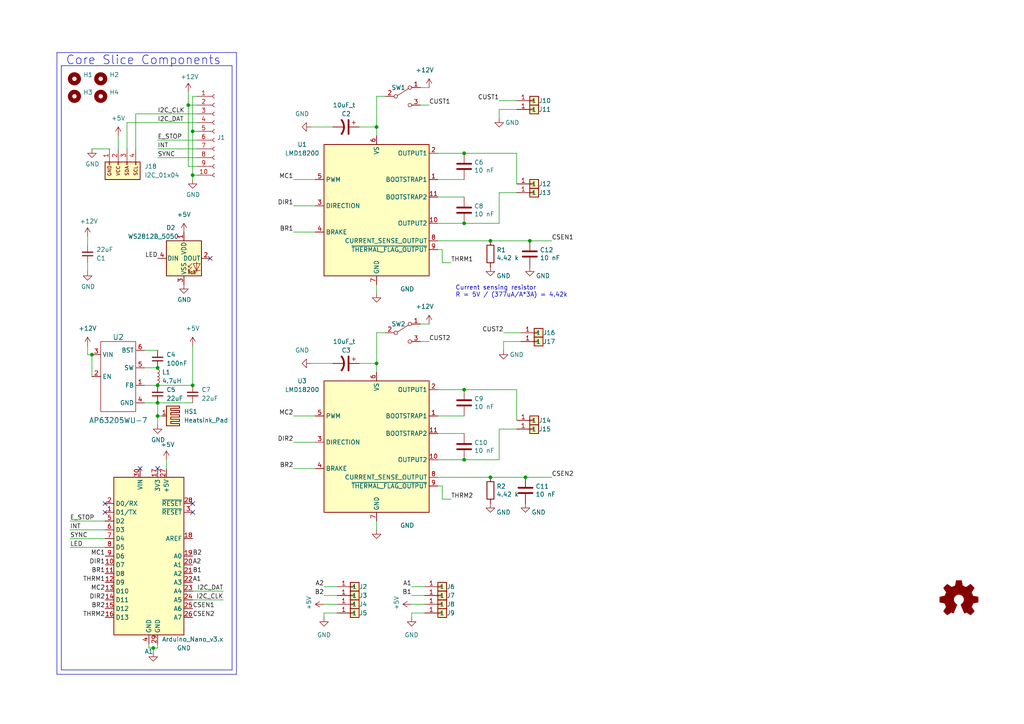
<source format=kicad_sch>
(kicad_sch (version 20230121) (generator eeschema)
  (paper "A4")
  (lib_symbols
    (symbol "BREAD_Slice-rescue:10uF_t-OCI_UPL_2_Capacitors" (pin_numbers hide) (pin_names (offset 0.254) hide)
      (property "Reference" "C" (at 0.635 2.54 0))
      (property "Value" "10uF_t-OCI_UPL_2_Capacitors" (at 0.635 -2.54 0))
      (symbol "10uF_t-OCI_UPL_2_Capacitors_0_1"
        (polyline (pts (xy -2.032 0.762) (xy 2.032 0.762)) (stroke (width 0.508)))
        (polyline (pts (xy -1.778 2.286) (xy -0.762 2.286)))
        (polyline (pts (xy -1.27 1.778) (xy -1.27 2.794)))
        (arc (start 2.032 -1.27) (mid 0 -0.5572) (end -2.032 -1.27) (stroke (width 0.508)))
      )
      (symbol "10uF_t-OCI_UPL_2_Capacitors_1_1"
        (pin passive line (at 0 3.81 270) (length 2.794) (name "~") (number "1"))
        (pin passive line (at 0 -3.81 90) (length 3.302) (name "~") (number "2"))
      )
    )
    (symbol "Connector:Conn_01x10_Female" (pin_names (offset 1.016) hide)
      (property "Reference" "J" (at 0 12.7 0))
      (property "Value" "Conn_01x10_Female" (at 0 -15.24 0))
      (symbol "Conn_01x10_Female_1_1"
        (arc (start 0 -12.192) (mid -0.5058 -12.7) (end 0 -13.208) (stroke (width 0.1524)))
        (arc (start 0 -9.652) (mid -0.5058 -10.16) (end 0 -10.668) (stroke (width 0.1524)))
        (arc (start 0 -7.112) (mid -0.5058 -7.62) (end 0 -8.128) (stroke (width 0.1524)))
        (arc (start 0 -4.572) (mid -0.5058 -5.08) (end 0 -5.588) (stroke (width 0.1524)))
        (arc (start 0 -2.032) (mid -0.5058 -2.54) (end 0 -3.048) (stroke (width 0.1524)))
        (polyline (pts (xy -1.27 -12.7) (xy -0.508 -12.7)) (stroke (width 0.1524)))
        (polyline (pts (xy -1.27 -10.16) (xy -0.508 -10.16)) (stroke (width 0.1524)))
        (polyline (pts (xy -1.27 -7.62) (xy -0.508 -7.62)) (stroke (width 0.1524)))
        (polyline (pts (xy -1.27 -5.08) (xy -0.508 -5.08)) (stroke (width 0.1524)))
        (polyline (pts (xy -1.27 -2.54) (xy -0.508 -2.54)) (stroke (width 0.1524)))
        (polyline (pts (xy -1.27 0) (xy -0.508 0)) (stroke (width 0.1524)))
        (polyline (pts (xy -1.27 2.54) (xy -0.508 2.54)) (stroke (width 0.1524)))
        (polyline (pts (xy -1.27 5.08) (xy -0.508 5.08)) (stroke (width 0.1524)))
        (polyline (pts (xy -1.27 7.62) (xy -0.508 7.62)) (stroke (width 0.1524)))
        (polyline (pts (xy -1.27 10.16) (xy -0.508 10.16)) (stroke (width 0.1524)))
        (arc (start 0 0.508) (mid -0.5058 0) (end 0 -0.508) (stroke (width 0.1524)))
        (arc (start 0 3.048) (mid -0.5058 2.54) (end 0 2.032) (stroke (width 0.1524)))
        (arc (start 0 5.588) (mid -0.5058 5.08) (end 0 4.572) (stroke (width 0.1524)))
        (arc (start 0 8.128) (mid -0.5058 7.62) (end 0 7.112) (stroke (width 0.1524)))
        (arc (start 0 10.668) (mid -0.5058 10.16) (end 0 9.652) (stroke (width 0.1524)))
        (pin passive line (at -5.08 10.16 0) (length 3.81) (name "Pin_1") (number "1"))
        (pin passive line (at -5.08 -12.7 0) (length 3.81) (name "Pin_10") (number "10"))
        (pin passive line (at -5.08 7.62 0) (length 3.81) (name "Pin_2") (number "2"))
        (pin passive line (at -5.08 5.08 0) (length 3.81) (name "Pin_3") (number "3"))
        (pin passive line (at -5.08 2.54 0) (length 3.81) (name "Pin_4") (number "4"))
        (pin passive line (at -5.08 0 0) (length 3.81) (name "Pin_5") (number "5"))
        (pin passive line (at -5.08 -2.54 0) (length 3.81) (name "Pin_6") (number "6"))
        (pin passive line (at -5.08 -5.08 0) (length 3.81) (name "Pin_7") (number "7"))
        (pin passive line (at -5.08 -7.62 0) (length 3.81) (name "Pin_8") (number "8"))
        (pin passive line (at -5.08 -10.16 0) (length 3.81) (name "Pin_9") (number "9"))
      )
    )
    (symbol "Device:C" (pin_numbers hide) (pin_names (offset 0.254))
      (property "Reference" "C" (at 0.635 2.54 0))
      (property "Value" "C" (at 0.635 -2.54 0))
      (symbol "C_0_1"
        (polyline (pts (xy -2.032 -0.762) (xy 2.032 -0.762)) (stroke (width 0.508)))
        (polyline (pts (xy -2.032 0.762) (xy 2.032 0.762)) (stroke (width 0.508)))
      )
      (symbol "C_1_1"
        (pin passive line (at 0 3.81 270) (length 2.794) (name "~") (number "1"))
        (pin passive line (at 0 -3.81 90) (length 2.794) (name "~") (number "2"))
      )
    )
    (symbol "Device:C_Small" (pin_numbers hide) (pin_names (offset 0.254) hide)
      (property "Reference" "C" (at 0.254 1.778 0))
      (property "Value" "C_Small" (at 0.254 -2.032 0))
      (symbol "C_Small_0_1"
        (polyline (pts (xy -1.524 -0.508) (xy 1.524 -0.508)) (stroke (width 0.3302)))
        (polyline (pts (xy -1.524 0.508) (xy 1.524 0.508)) (stroke (width 0.3048)))
      )
      (symbol "C_Small_1_1"
        (pin passive line (at 0 2.54 270) (length 2.032) (name "~") (number "1"))
        (pin passive line (at 0 -2.54 90) (length 2.032) (name "~") (number "2"))
      )
    )
    (symbol "Device:L_Small" (pin_numbers hide) (pin_names (offset 0.254) hide)
      (property "Reference" "L" (at 0.762 1.016 0))
      (property "Value" "L_Small" (at 0.762 -1.016 0))
      (symbol "L_Small_0_1"
        (arc (start 0 -2.032) (mid 0.5058 -1.524) (end 0 -1.016))
        (arc (start 0 -1.016) (mid 0.5058 -0.508) (end 0 0))
        (arc (start 0 0) (mid 0.5058 0.508) (end 0 1.016))
        (arc (start 0 1.016) (mid 0.5058 1.524) (end 0 2.032))
      )
      (symbol "L_Small_1_1"
        (pin passive line (at 0 2.54 270) (length 0.508) (name "~") (number "1"))
        (pin passive line (at 0 -2.54 90) (length 0.508) (name "~") (number "2"))
      )
    )
    (symbol "Device:R" (pin_numbers hide) (pin_names (offset 0))
      (property "Reference" "R" (at 2.032 0 90))
      (property "Value" "R" (at 0 0 90))
      (symbol "R_0_1"
        (rectangle (start -1.016 -2.54) (end 1.016 2.54) (stroke (width 0.254)))
      )
      (symbol "R_1_1"
        (pin passive line (at 0 3.81 270) (length 1.27) (name "~") (number "1"))
        (pin passive line (at 0 -3.81 90) (length 1.27) (name "~") (number "2"))
      )
    )
    (symbol "Driver_Motor:LMD18200"
      (property "Reference" "U" (at -12.7 19.05 0))
      (property "Value" "LMD18200" (at 15.24 19.05 0))
      (symbol "LMD18200_0_1"
        (rectangle (start -15.24 -20.32) (end 15.24 17.78) (stroke (width 0.254)) (fill (type background)))
      )
      (symbol "LMD18200_1_1"
        (pin passive line (at 17.78 7.62 180) (length 2.54) (name "BOOTSTRAP1") (number "1"))
        (pin output line (at 17.78 -5.08 180) (length 2.54) (name "OUTPUT2") (number "10"))
        (pin passive line (at 17.78 2.54 180) (length 2.54) (name "BOOTSTRAP2") (number "11"))
        (pin output line (at 17.78 15.24 180) (length 2.54) (name "OUTPUT1") (number "2"))
        (pin input line (at -17.78 0 0) (length 2.54) (name "DIRECTION") (number "3"))
        (pin input line (at -17.78 -7.62 0) (length 2.54) (name "BRAKE") (number "4"))
        (pin input line (at -17.78 7.62 0) (length 2.54) (name "PWM") (number "5"))
        (pin power_in line (at 0 20.32 270) (length 2.54) (name "VS") (number "6"))
        (pin power_in line (at 0 -22.86 90) (length 2.54) (name "GND") (number "7"))
        (pin output line (at 17.78 -10.16 180) (length 2.54) (name "CURRENT_SENSE_OUTPUT") (number "8"))
        (pin open_collector line (at 17.78 -12.7 180) (length 2.54) (name "~{THERMAL_FLAG_OUTPUT}") (number "9"))
      )
    )
    (symbol "Graphic:Logo_Open_Hardware_Small" (in_bom no) (on_board no)
      (symbol "Logo_Open_Hardware_Small_0_1"
        (polyline (pts (xy 3.3528 -4.3434) (xy 3.302 -4.318) (xy 3.175 -4.2418) (xy 2.9972 -4.1148) (xy 2.7686 -3.9624) (xy 2.54 -3.81) (xy 2.3622 -3.7084) (xy 2.2352 -3.6068) (xy 2.1844 -3.5814) (xy 2.159 -3.6068) (xy 2.0574 -3.6576) (xy 1.905 -3.7338) (xy 1.8034 -3.7846) (xy 1.6764 -3.8354) (xy 1.6002 -3.8354) (xy 1.6002 -3.8354) (xy 1.5494 -3.7338) (xy 1.4732 -3.5306) (xy 1.3462 -3.302) (xy 1.2446 -3.0226) (xy 1.1176 -2.7178) (xy 0.9652 -2.413) (xy 0.8636 -2.1082) (xy 0.7366 -1.8288) (xy 0.6604 -1.6256) (xy 0.6096 -1.4732) (xy 0.5842 -1.397) (xy 0.5842 -1.397) (xy 0.6604 -1.3208) (xy 0.7874 -1.2446) (xy 1.0414 -1.016) (xy 1.2954 -0.6858) (xy 1.4478 -0.3302) (xy 1.524 0.0762) (xy 1.4732 0.4572) (xy 1.3208 0.8128) (xy 1.0668 1.143) (xy 0.762 1.3716) (xy 0.4064 1.524) (xy 0 1.5748) (xy -0.381 1.5494) (xy -0.7366 1.397) (xy -1.0668 1.143) (xy -1.2192 0.9906) (xy -1.397 0.6604) (xy -1.524 0.3048) (xy -1.524 0.2286) (xy -1.4986 -0.1778) (xy -1.397 -0.5334) (xy -1.1938 -0.8636) (xy -0.9144 -1.143) (xy -0.8636 -1.1684) (xy -0.7366 -1.27) (xy -0.635 -1.3462) (xy -0.5842 -1.397) (xy -1.0668 -2.5908) (xy -1.143 -2.794) (xy -1.2954 -3.1242) (xy -1.397 -3.4036) (xy -1.4986 -3.6322) (xy -1.5748 -3.7846) (xy -1.6002 -3.8354) (xy -1.6002 -3.8354) (xy -1.651 -3.8354) (xy -1.7272 -3.81) (xy -1.905 -3.7338) (xy -2.0066 -3.683) (xy -2.1336 -3.6068) (xy -2.2098 -3.5814) (xy -2.2606 -3.6068) (xy -2.3622 -3.683) (xy -2.54 -3.81) (xy -2.7686 -3.9624) (xy -2.9718 -4.0894) (xy -3.1496 -4.2164) (xy -3.302 -4.318) (xy -3.3528 -4.3434) (xy -3.3782 -4.3434) (xy -3.429 -4.318) (xy -3.5306 -4.2164) (xy -3.7084 -4.064) (xy -3.937 -3.8354) (xy -3.9624 -3.81) (xy -4.1656 -3.6068) (xy -4.318 -3.4544) (xy -4.4196 -3.3274) (xy -4.445 -3.2766) (xy -4.445 -3.2766) (xy -4.4196 -3.2258) (xy -4.318 -3.0734) (xy -4.2164 -2.8956) (xy -4.064 -2.667) (xy -3.6576 -2.0828) (xy -3.8862 -1.5494) (xy -3.937 -1.3716) (xy -4.0386 -1.1684) (xy -4.0894 -1.0414) (xy -4.1148 -0.9652) (xy -4.191 -0.9398) (xy -4.318 -0.9144) (xy -4.5466 -0.8636) (xy -4.8006 -0.8128) (xy -5.0546 -0.7874) (xy -5.2578 -0.7366) (xy -5.4356 -0.7112) (xy -5.5118 -0.6858) (xy -5.5118 -0.6858) (xy -5.5372 -0.635) (xy -5.5372 -0.5588) (xy -5.5372 -0.4318) (xy -5.5626 -0.2286) (xy -5.5626 0.0762) (xy -5.5626 0.127) (xy -5.5372 0.4064) (xy -5.5372 0.635) (xy -5.5372 0.762) (xy -5.5372 0.8382) (xy -5.5372 0.8382) (xy -5.461 0.8382) (xy -5.3086 0.889) (xy -5.08 0.9144) (xy -4.826 0.9652) (xy -4.8006 0.9906) (xy -4.5466 1.0414) (xy -4.318 1.0668) (xy -4.1656 1.1176) (xy -4.0894 1.143) (xy -4.0894 1.143) (xy -4.0386 1.2446) (xy -3.9624 1.4224) (xy -3.8608 1.6256) (xy -3.7846 1.8288) (xy -3.7084 2.0066) (xy -3.6576 2.159) (xy -3.6322 2.2098) (xy -3.6322 2.2098) (xy -3.683 2.286) (xy -3.7592 2.413) (xy -3.8862 2.5908) (xy -4.064 2.8194) (xy -4.064 2.8448) (xy -4.2164 3.0734) (xy -4.3434 3.2512) (xy -4.4196 3.3782) (xy -4.445 3.4544) (xy -4.445 3.4544) (xy -4.3942 3.5052) (xy -4.2926 3.6322) (xy -4.1148 3.81) (xy -3.937 4.0132) (xy -3.8608 4.064) (xy -3.6576 4.2926) (xy -3.5052 4.4196) (xy -3.4036 4.4958) (xy -3.3528 4.5212) (xy -3.3528 4.5212) (xy -3.302 4.4704) (xy -3.1496 4.3688) (xy -2.9718 4.2418) (xy -2.7432 4.0894) (xy -2.7178 4.0894) (xy -2.4892 3.937) (xy -2.3114 3.81) (xy -2.1844 3.7084) (xy -2.1336 3.683) (xy -2.1082 3.683) (xy -2.032 3.7084) (xy -1.8542 3.7592) (xy -1.6764 3.8354) (xy -1.4732 3.937) (xy -1.27 4.0132) (xy -1.143 4.064) (xy -1.0668 4.1148) (xy -1.0668 4.1148) (xy -1.0414 4.191) (xy -1.016 4.3434) (xy -0.9652 4.572) (xy -0.9144 4.8514) (xy -0.889 4.9022) (xy -0.8382 5.1562) (xy -0.8128 5.3848) (xy -0.7874 5.5372) (xy -0.762 5.588) (xy -0.7112 5.6134) (xy -0.5842 5.6134) (xy -0.4064 5.6134) (xy -0.1524 5.6134) (xy 0.0762 5.6134) (xy 0.3302 5.6134) (xy 0.5334 5.6134) (xy 0.6858 5.588) (xy 0.7366 5.588) (xy 0.7366 5.588) (xy 0.762 5.5118) (xy 0.8128 5.334) (xy 0.8382 5.1054) (xy 0.9144 4.826) (xy 0.9144 4.7752) (xy 0.9652 4.5212) (xy 1.016 4.2926) (xy 1.0414 4.1402) (xy 1.0668 4.0894) (xy 1.0668 4.0894) (xy 1.1938 4.0386) (xy 1.3716 3.9624) (xy 1.5748 3.8608) (xy 2.0828 3.6576) (xy 2.7178 4.0894) (xy 2.7686 4.1402) (xy 2.9972 4.2926) (xy 3.175 4.4196) (xy 3.302 4.4958) (xy 3.3782 4.5212) (xy 3.3782 4.5212) (xy 3.429 4.4704) (xy 3.556 4.3434) (xy 3.7338 4.191) (xy 3.9116 3.9878) (xy 4.064 3.8354) (xy 4.2418 3.6576) (xy 4.3434 3.556) (xy 4.4196 3.4798) (xy 4.4196 3.429) (xy 4.4196 3.4036) (xy 4.3942 3.3274) (xy 4.2926 3.2004) (xy 4.1656 2.9972) (xy 4.0132 2.794) (xy 3.8862 2.5908) (xy 3.7592 2.3876) (xy 3.6576 2.2352) (xy 3.6322 2.159) (xy 3.6322 2.1336) (xy 3.683 2.0066) (xy 3.7592 1.8288) (xy 3.8608 1.6002) (xy 4.064 1.1176) (xy 4.3942 1.0414) (xy 4.5974 1.016) (xy 4.8768 0.9652) (xy 5.1308 0.9144) (xy 5.5372 0.8382) (xy 5.5626 -0.6604) (xy 5.4864 -0.6858) (xy 5.4356 -0.6858) (xy 5.2832 -0.7366) (xy 5.0546 -0.762) (xy 4.8006 -0.8128) (xy 4.5974 -0.8636) (xy 4.3688 -0.9144) (xy 4.2164 -0.9398) (xy 4.1402 -0.9398) (xy 4.1148 -0.9652) (xy 4.064 -1.0668) (xy 3.9878 -1.2446) (xy 3.9116 -1.4478) (xy 3.81 -1.651) (xy 3.7338 -1.8542) (xy 3.683 -2.0066) (xy 3.6576 -2.0828) (xy 3.683 -2.1336) (xy 3.7846 -2.2606) (xy 3.8862 -2.4638) (xy 4.0386 -2.667) (xy 4.191 -2.8956) (xy 4.318 -3.0734) (xy 4.3942 -3.2004) (xy 4.445 -3.2766) (xy 4.4196 -3.3274) (xy 4.3434 -3.429) (xy 4.1656 -3.5814) (xy 3.937 -3.8354) (xy 3.8862 -3.8608) (xy 3.683 -4.064) (xy 3.5306 -4.2164) (xy 3.4036 -4.318) (xy 3.3528 -4.3434)) (fill (type outline)))
      )
    )
    (symbol "MCU_Module:Arduino_Nano_v3.x"
      (property "Reference" "A" (at -10.16 23.495 0))
      (property "Value" "Arduino_Nano_v3.x" (at 5.08 -24.13 0))
      (symbol "Arduino_Nano_v3.x_0_1"
        (rectangle (start -10.16 22.86) (end 10.16 -22.86) (stroke (width 0.254)) (fill (type background)))
      )
      (symbol "Arduino_Nano_v3.x_1_1"
        (pin bidirectional line (at -12.7 12.7 0) (length 2.54) (name "D1/TX") (number "1"))
        (pin bidirectional line (at -12.7 -2.54 0) (length 2.54) (name "D7") (number "10"))
        (pin bidirectional line (at -12.7 -5.08 0) (length 2.54) (name "D8") (number "11"))
        (pin bidirectional line (at -12.7 -7.62 0) (length 2.54) (name "D9") (number "12"))
        (pin bidirectional line (at -12.7 -10.16 0) (length 2.54) (name "D10") (number "13"))
        (pin bidirectional line (at -12.7 -12.7 0) (length 2.54) (name "D11") (number "14"))
        (pin bidirectional line (at -12.7 -15.24 0) (length 2.54) (name "D12") (number "15"))
        (pin bidirectional line (at -12.7 -17.78 0) (length 2.54) (name "D13") (number "16"))
        (pin power_out line (at 2.54 25.4 270) (length 2.54) (name "3V3") (number "17"))
        (pin input line (at 12.7 5.08 180) (length 2.54) (name "AREF") (number "18"))
        (pin bidirectional line (at 12.7 0 180) (length 2.54) (name "A0") (number "19"))
        (pin bidirectional line (at -12.7 15.24 0) (length 2.54) (name "D0/RX") (number "2"))
        (pin bidirectional line (at 12.7 -2.54 180) (length 2.54) (name "A1") (number "20"))
        (pin bidirectional line (at 12.7 -5.08 180) (length 2.54) (name "A2") (number "21"))
        (pin bidirectional line (at 12.7 -7.62 180) (length 2.54) (name "A3") (number "22"))
        (pin bidirectional line (at 12.7 -10.16 180) (length 2.54) (name "A4") (number "23"))
        (pin bidirectional line (at 12.7 -12.7 180) (length 2.54) (name "A5") (number "24"))
        (pin bidirectional line (at 12.7 -15.24 180) (length 2.54) (name "A6") (number "25"))
        (pin bidirectional line (at 12.7 -17.78 180) (length 2.54) (name "A7") (number "26"))
        (pin power_out line (at 5.08 25.4 270) (length 2.54) (name "+5V") (number "27"))
        (pin input line (at 12.7 15.24 180) (length 2.54) (name "~{RESET}") (number "28"))
        (pin power_in line (at 2.54 -25.4 90) (length 2.54) (name "GND") (number "29"))
        (pin input line (at 12.7 12.7 180) (length 2.54) (name "~{RESET}") (number "3"))
        (pin power_in line (at -2.54 25.4 270) (length 2.54) (name "VIN") (number "30"))
        (pin power_in line (at 0 -25.4 90) (length 2.54) (name "GND") (number "4"))
        (pin bidirectional line (at -12.7 10.16 0) (length 2.54) (name "D2") (number "5"))
        (pin bidirectional line (at -12.7 7.62 0) (length 2.54) (name "D3") (number "6"))
        (pin bidirectional line (at -12.7 5.08 0) (length 2.54) (name "D4") (number "7"))
        (pin bidirectional line (at -12.7 2.54 0) (length 2.54) (name "D5") (number "8"))
        (pin bidirectional line (at -12.7 0 0) (length 2.54) (name "D6") (number "9"))
      )
    )
    (symbol "Mechanical:Heatsink_Pad" (pin_names (offset 0))
      (property "Reference" "HS" (at 0 5.715 0))
      (property "Value" "Heatsink_Pad" (at 0 3.81 0))
      (symbol "Heatsink_Pad_0_1"
        (polyline (pts (xy -0.3302 0) (xy -0.9652 0) (xy -0.9652 2.54) (xy -1.6002 2.54) (xy -1.6002 0) (xy -2.2352 0) (xy -2.2352 2.54) (xy -2.8702 2.54) (xy -2.8702 -1.27) (xy -0.9652 -1.27)) (stroke (width 0.254)) (fill (type background)))
        (polyline (pts (xy -0.3302 0) (xy -0.3302 2.54) (xy 0.3048 2.54) (xy 0.3048 0) (xy 0.9398 0) (xy 0.9398 2.54) (xy 1.5748 2.54) (xy 1.5748 0) (xy 2.2098 0) (xy 2.2098 2.54) (xy 2.8448 2.54) (xy 2.8448 -1.27) (xy -0.9652 -1.27)) (stroke (width 0.254)) (fill (type background)))
      )
      (symbol "Heatsink_Pad_1_1"
        (pin passive line (at 0 -2.54 90) (length 1.27) (name "~") (number "1"))
      )
    )
    (symbol "Mechanical:MountingHole" (pin_names (offset 1.016))
      (property "Reference" "H" (at 0 5.08 0))
      (property "Value" "MountingHole" (at 0 3.175 0))
      (symbol "MountingHole_0_1"
        (circle (center 0 0) (radius 1.27) (stroke (width 1.27)))
      )
    )
    (symbol "SparkFun-Connector:I2C_01x04" (pin_names (offset 1.016) hide)
      (property "Reference" "J" (at 0 5.08 0))
      (property "Value" "I2C_01x04" (at 0 -7.62 0))
      (symbol "I2C_01x04_1_1"
        (rectangle (start -1.27 -4.953) (end -0.508 -5.207) (stroke (width 0.1524)))
        (rectangle (start -1.27 -2.413) (end -0.508 -2.667) (stroke (width 0.1524)))
        (rectangle (start -1.27 0.127) (end -0.508 -0.127) (stroke (width 0.1524)))
        (rectangle (start -1.27 2.667) (end -0.508 2.413) (stroke (width 0.1524)))
        (rectangle (start -1.27 3.81) (end 3.81 -6.35) (stroke (width 0.254)) (fill (type background)))
        (text "GND" (at 1.27 -5.08 0) (effects (font (size 1 1))))
        (text "SCL" (at 1.27 2.54 0) (effects (font (size 1 1))))
        (text "SDA" (at 1.27 0 0) (effects (font (size 1 1))))
        (text "VCC" (at 1.27 -2.54 0) (effects (font (size 1 1))))
        (pin passive line (at -5.08 -5.08 0) (length 3.81) (name "Pin_1") (number "1"))
        (pin passive line (at -5.08 -2.54 0) (length 3.81) (name "Pin_2") (number "2"))
        (pin passive line (at -5.08 0 0) (length 3.81) (name "Pin_3") (number "3"))
        (pin passive line (at -5.08 2.54 0) (length 3.81) (name "Pin_4") (number "4"))
      )
    )
    (symbol "SparkFun-Connector:Term_PressFit_Phoenix_Contact"
      (property "Reference" "J" (at 7.62 -1.27 0))
      (property "Value" "Term_PressFit_Phoenix_Contact" (at 3.81 3.81 0))
      (symbol "Term_PressFit_Phoenix_Contact_1_1"
        (rectangle (start 3.81 0.127) (end 5.08 -0.127) (stroke (width 0.1524)))
        (rectangle (start 3.81 1.27) (end 6.35 -1.27) (stroke (width 0.254)) (fill (type background)))
        (pin passive line (at 0 0 0) (length 3.81) (name "1") (number "1"))
      )
    )
    (symbol "SparkFun-DiscreteSemi:AP63205"
      (property "Reference" "U" (at 0 7.62 0))
      (symbol "AP63205_0_1"
        (rectangle (start -5.08 6.35) (end 5.08 -13.97))
      )
      (symbol "AP63205_1_1"
        (pin input line (at 7.62 -6.35 180) (length 2.54) (name "FB") (number "1"))
        (pin input line (at -7.62 -3.81 0) (length 2.54) (name "EN") (number "2"))
        (pin input line (at -7.62 2.54 0) (length 2.54) (name "VIN") (number "3"))
        (pin input line (at 7.62 -11.43 180) (length 2.54) (name "GND") (number "4"))
        (pin input line (at 7.62 -1.27 180) (length 2.54) (name "SW") (number "5"))
        (pin input line (at 7.62 3.81 180) (length 2.54) (name "BST") (number "6"))
      )
    )
    (symbol "SparkFun-LED:WS2812B_5050" (pin_names (offset 0.254))
      (property "Reference" "D" (at 5.08 5.715 0))
      (property "Value" "WS2812B_5050" (at 1.27 -5.715 0))
      (symbol "WS2812B_5050_0_0"
        (text "RGB" (at 2.286 -4.191 0) (effects (font (size 0.762 0.762))))
      )
      (symbol "WS2812B_5050_0_1"
        (polyline (pts (xy 1.27 -3.556) (xy 1.778 -3.556)))
        (polyline (pts (xy 1.27 -2.54) (xy 1.778 -2.54)))
        (polyline (pts (xy 4.699 -3.556) (xy 2.667 -3.556)))
        (polyline (pts (xy 2.286 -2.54) (xy 1.27 -3.556) (xy 1.27 -3.048)))
        (polyline (pts (xy 2.286 -1.524) (xy 1.27 -2.54) (xy 1.27 -2.032)))
        (polyline (pts (xy 3.683 -1.016) (xy 3.683 -3.556) (xy 3.683 -4.064)))
        (polyline (pts (xy 4.699 -1.524) (xy 2.667 -1.524) (xy 3.683 -3.556) (xy 4.699 -1.524)))
        (rectangle (start 5.08 5.08) (end -5.08 -5.08) (stroke (width 0.254)) (fill (type background)))
      )
      (symbol "WS2812B_5050_1_1"
        (pin power_in line (at 0 7.62 270) (length 2.54) (name "VDD") (number "1"))
        (pin output line (at 7.62 0 180) (length 2.54) (name "DOUT") (number "2"))
        (pin power_in line (at 0 -7.62 90) (length 2.54) (name "VSS") (number "3"))
        (pin input line (at -7.62 0 0) (length 2.54) (name "DIN") (number "4"))
      )
    )
    (symbol "Switch:SW_SPDT" (pin_names (offset 0) hide)
      (property "Reference" "SW" (at 0 4.318 0))
      (property "Value" "SW_SPDT" (at 0 -5.08 0))
      (symbol "SW_SPDT_0_0"
        (circle (center -2.032 0) (radius 0.508))
        (circle (center 2.032 -2.54) (radius 0.508))
      )
      (symbol "SW_SPDT_0_1"
        (polyline (pts (xy -1.524 0.254) (xy 1.651 2.286)))
        (circle (center 2.032 2.54) (radius 0.508))
      )
      (symbol "SW_SPDT_1_1"
        (pin passive line (at 5.08 2.54 180) (length 2.54) (name "A") (number "1"))
        (pin passive line (at -5.08 0 0) (length 2.54) (name "B") (number "2"))
        (pin passive line (at 5.08 -2.54 180) (length 2.54) (name "C") (number "3"))
      )
    )
    (symbol "power:+12V" (power) (pin_names (offset 0))
      (property "Value" "+12V" (at 0 3.556 0))
      (symbol "+12V_0_1"
        (polyline (pts (xy -0.762 1.27) (xy 0 2.54)))
        (polyline (pts (xy 0 0) (xy 0 2.54)))
        (polyline (pts (xy 0 2.54) (xy 0.762 1.27)))
      )
      (symbol "+12V_1_1"
        (pin power_in line (at 0 0 90) (length 0) hide (name "+12V") (number "1"))
      )
    )
    (symbol "power:+5V" (power) (pin_names (offset 0))
      (property "Value" "+5V" (at 0 3.556 0))
      (symbol "+5V_0_1"
        (polyline (pts (xy -0.762 1.27) (xy 0 2.54)))
        (polyline (pts (xy 0 0) (xy 0 2.54)))
        (polyline (pts (xy 0 2.54) (xy 0.762 1.27)))
      )
      (symbol "+5V_1_1"
        (pin power_in line (at 0 0 90) (length 0) hide (name "+5V") (number "1"))
      )
    )
    (symbol "power:GND" (power) (pin_names (offset 0))
      (property "Value" "GND" (at 0 -3.81 0))
      (symbol "GND_0_1"
        (polyline (pts (xy 0 0) (xy 0 -1.27) (xy 1.27 -1.27) (xy 0 -2.54) (xy -1.27 -1.27) (xy 0 -1.27)))
      )
      (symbol "GND_1_1"
        (pin power_in line (at 0 0 270) (length 0) hide (name "GND") (number "1"))
      )
    )
  )
  (junction (at 55.88 50.8))
  (junction (at 45.72 116.84))
  (junction (at 109.22 36.83))
  (junction (at 109.22 105.41))
  (junction (at 134.62 133.35))
  (junction (at 45.72 106.68))
  (junction (at 142.24 69.85))
  (junction (at 45.72 111.76))
  (junction (at 54.61 30.48))
  (junction (at 44.45 187.96))
  (junction (at 55.88 38.1))
  (junction (at 134.62 64.77))
  (junction (at 153.67 69.85))
  (junction (at 142.24 138.43))
  (junction (at 55.88 111.76))
  (junction (at 134.62 113.03))
  (junction (at 134.62 44.45))
  (junction (at 152.4 138.43))
  (junction (at 45.72 120.65))
  (junction (at 26.67 102.87))
  (no_connect (at 30.48 148.59))
  (no_connect (at 30.48 146.05))
  (no_connect (at 40.64 135.89))
  (no_connect (at 45.72 135.89))
  (no_connect (at 55.88 146.05))
  (no_connect (at 55.88 148.59))
  (no_connect (at 60.96 74.93))
  (wire (pts (xy 45.72 187.96) (xy 45.72 186.69)))
  (wire (pts (xy 128.27 144.78) (xy 130.81 144.78)))
  (wire (pts (xy 134.62 64.77) (xy 144.78 64.77)))
  (wire (pts (xy 151.13 99.06) (xy 146.05 99.06)))
  (wire (pts (xy 41.91 106.68) (xy 45.72 106.68)))
  (wire (pts (xy 134.62 113.03) (xy 149.86 113.03)))
  (wire (pts (xy 25.4 76.2) (xy 25.4 78.74)))
  (wire (pts (xy 124.46 93.98) (xy 121.92 93.98)))
  (wire (pts (xy 44.45 187.96) (xy 45.72 187.96)))
  (polyline (pts (xy 67.31 194.31) (xy 67.31 19.05)))
  (wire (pts (xy 25.4 102.87) (xy 26.67 102.87)))
  (wire (pts (xy 127 138.43) (xy 142.24 138.43)))
  (wire (pts (xy 151.13 96.52) (xy 146.05 96.52)))
  (wire (pts (xy 93.98 170.18) (xy 97.79 170.18)))
  (wire (pts (xy 45.72 43.18) (xy 57.15 43.18)))
  (wire (pts (xy 85.09 67.31) (xy 91.44 67.31)))
  (wire (pts (xy 26.67 43.18) (xy 31.75 43.18)))
  (wire (pts (xy 54.61 30.48) (xy 57.15 30.48)))
  (polyline (pts (xy 16.51 195.58) (xy 68.58 195.58)))
  (wire (pts (xy 152.4 138.43) (xy 160.02 138.43)))
  (polyline (pts (xy 17.78 19.05) (xy 17.78 194.31)))
  (wire (pts (xy 127 140.97) (xy 128.27 140.97)))
  (wire (pts (xy 124.46 99.06) (xy 121.92 99.06)))
  (wire (pts (xy 149.86 44.45) (xy 149.86 53.34)))
  (wire (pts (xy 153.67 69.85) (xy 160.02 69.85)))
  (wire (pts (xy 109.22 36.83) (xy 109.22 39.37)))
  (wire (pts (xy 109.22 96.52) (xy 109.22 105.41)))
  (wire (pts (xy 54.61 26.67) (xy 54.61 30.48)))
  (wire (pts (xy 144.78 55.88) (xy 144.78 64.77)))
  (wire (pts (xy 41.91 111.76) (xy 45.72 111.76)))
  (wire (pts (xy 119.38 175.26) (xy 123.19 175.26)))
  (wire (pts (xy 55.88 50.8) (xy 55.88 38.1)))
  (wire (pts (xy 57.15 40.64) (xy 45.72 40.64)))
  (wire (pts (xy 127 57.15) (xy 134.62 57.15)))
  (wire (pts (xy 36.83 35.56) (xy 57.15 35.56)))
  (wire (pts (xy 127 133.35) (xy 134.62 133.35)))
  (wire (pts (xy 39.37 33.02) (xy 57.15 33.02)))
  (wire (pts (xy 121.92 25.4) (xy 124.46 25.4)))
  (polyline (pts (xy 67.31 19.05) (xy 17.78 19.05)))
  (wire (pts (xy 142.24 69.85) (xy 153.67 69.85)))
  (wire (pts (xy 127 64.77) (xy 134.62 64.77)))
  (wire (pts (xy 128.27 72.39) (xy 128.27 76.2)))
  (wire (pts (xy 104.14 36.83) (xy 109.22 36.83)))
  (wire (pts (xy 119.38 179.07) (xy 119.38 177.8)))
  (wire (pts (xy 57.15 48.26) (xy 54.61 48.26)))
  (wire (pts (xy 45.72 45.72) (xy 57.15 45.72)))
  (wire (pts (xy 25.4 100.33) (xy 25.4 102.87)))
  (wire (pts (xy 119.38 177.8) (xy 123.19 177.8)))
  (wire (pts (xy 127 113.03) (xy 134.62 113.03)))
  (wire (pts (xy 45.72 123.19) (xy 45.72 120.65)))
  (wire (pts (xy 93.98 175.26) (xy 97.79 175.26)))
  (wire (pts (xy 20.32 156.21) (xy 30.48 156.21)))
  (wire (pts (xy 127 44.45) (xy 134.62 44.45)))
  (polyline (pts (xy 68.58 15.24) (xy 16.51 15.24)))
  (wire (pts (xy 121.92 30.48) (xy 124.46 30.48)))
  (wire (pts (xy 55.88 111.76) (xy 55.88 100.33)))
  (wire (pts (xy 26.67 102.87) (xy 26.67 109.22)))
  (wire (pts (xy 48.26 133.35) (xy 48.26 135.89)))
  (wire (pts (xy 90.17 36.83) (xy 96.52 36.83)))
  (wire (pts (xy 43.18 186.69) (xy 43.18 187.96)))
  (wire (pts (xy 128.27 76.2) (xy 130.81 76.2)))
  (wire (pts (xy 127 72.39) (xy 128.27 72.39)))
  (polyline (pts (xy 16.51 15.24) (xy 16.51 195.58)))
  (wire (pts (xy 144.78 124.46) (xy 144.78 133.35)))
  (wire (pts (xy 45.72 116.84) (xy 55.88 116.84)))
  (wire (pts (xy 90.17 105.41) (xy 96.52 105.41)))
  (wire (pts (xy 149.86 29.21) (xy 144.78 29.21)))
  (wire (pts (xy 109.22 27.94) (xy 109.22 36.83)))
  (wire (pts (xy 134.62 133.35) (xy 144.78 133.35)))
  (wire (pts (xy 109.22 96.52) (xy 111.76 96.52)))
  (wire (pts (xy 55.88 27.94) (xy 57.15 27.94)))
  (wire (pts (xy 25.4 68.58) (xy 25.4 71.12)))
  (wire (pts (xy 119.38 170.18) (xy 123.19 170.18)))
  (wire (pts (xy 36.83 35.56) (xy 36.83 43.18)))
  (wire (pts (xy 104.14 105.41) (xy 109.22 105.41)))
  (wire (pts (xy 127 125.73) (xy 134.62 125.73)))
  (wire (pts (xy 149.86 124.46) (xy 144.78 124.46)))
  (wire (pts (xy 127 52.07) (xy 134.62 52.07)))
  (wire (pts (xy 85.09 135.89) (xy 91.44 135.89)))
  (wire (pts (xy 93.98 177.8) (xy 97.79 177.8)))
  (wire (pts (xy 146.05 99.06) (xy 146.05 101.6)))
  (wire (pts (xy 39.37 33.02) (xy 39.37 43.18)))
  (wire (pts (xy 109.22 151.13) (xy 109.22 153.67)))
  (wire (pts (xy 85.09 120.65) (xy 91.44 120.65)))
  (wire (pts (xy 57.15 38.1) (xy 55.88 38.1)))
  (wire (pts (xy 20.32 158.75) (xy 30.48 158.75)))
  (wire (pts (xy 43.18 187.96) (xy 44.45 187.96)))
  (wire (pts (xy 45.72 111.76) (xy 55.88 111.76)))
  (wire (pts (xy 44.45 187.96) (xy 44.45 189.23)))
  (wire (pts (xy 30.48 151.13) (xy 20.32 151.13)))
  (wire (pts (xy 149.86 113.03) (xy 149.86 121.92)))
  (wire (pts (xy 46.99 120.65) (xy 45.72 120.65)))
  (wire (pts (xy 142.24 138.43) (xy 152.4 138.43)))
  (wire (pts (xy 127 69.85) (xy 142.24 69.85)))
  (wire (pts (xy 109.22 82.55) (xy 109.22 85.09)))
  (wire (pts (xy 54.61 48.26) (xy 54.61 30.48)))
  (wire (pts (xy 93.98 172.72) (xy 97.79 172.72)))
  (wire (pts (xy 55.88 52.07) (xy 55.88 50.8)))
  (wire (pts (xy 85.09 52.07) (xy 91.44 52.07)))
  (wire (pts (xy 20.32 153.67) (xy 30.48 153.67)))
  (wire (pts (xy 55.88 173.99) (xy 64.77 173.99)))
  (wire (pts (xy 85.09 128.27) (xy 91.44 128.27)))
  (wire (pts (xy 127 120.65) (xy 134.62 120.65)))
  (wire (pts (xy 45.72 120.65) (xy 45.72 116.84)))
  (wire (pts (xy 109.22 27.94) (xy 111.76 27.94)))
  (wire (pts (xy 41.91 101.6) (xy 45.72 101.6)))
  (wire (pts (xy 55.88 38.1) (xy 55.88 27.94)))
  (wire (pts (xy 93.98 179.07) (xy 93.98 177.8)))
  (wire (pts (xy 134.62 44.45) (xy 149.86 44.45)))
  (wire (pts (xy 64.77 171.45) (xy 55.88 171.45)))
  (wire (pts (xy 85.09 59.69) (xy 91.44 59.69)))
  (wire (pts (xy 149.86 55.88) (xy 144.78 55.88)))
  (polyline (pts (xy 17.78 194.31) (xy 67.31 194.31)))
  (wire (pts (xy 149.86 31.75) (xy 144.78 31.75)))
  (wire (pts (xy 144.78 31.75) (xy 144.78 34.29)))
  (wire (pts (xy 57.15 50.8) (xy 55.88 50.8)))
  (polyline (pts (xy 68.58 195.58) (xy 68.58 15.24)))
  (wire (pts (xy 119.38 172.72) (xy 123.19 172.72)))
  (wire (pts (xy 34.29 39.37) (xy 34.29 43.18)))
  (wire (pts (xy 109.22 105.41) (xy 109.22 107.95)))
  (wire (pts (xy 128.27 140.97) (xy 128.27 144.78)))
  (wire (pts (xy 41.91 116.84) (xy 45.72 116.84)))
  (text "Current sensing resistor\nR = 5V / (377uA/A*3A) = 4.42k" (at 132.08 86.36 0) (effects (font (size 1.27 1.27)) (justify left bottom)))
  (text "Core Slice Components" (at 19.05 19.05 0) (effects (font (size 2.54 2.54)) (justify left bottom)))
  (label "LED" (at 45.72 74.93 180))
  (label "LED" (at 20.32 158.75 0))
  (label "CUST2" (at 146.05 96.52 180))
  (label "MC2" (at 85.09 120.65 180))
  (label "THRM2" (at 30.48 179.07 180))
  (label "I2C_CLK" (at 45.72 33.02 0))
  (label "I2C_DAT" (at 45.72 35.56 0))
  (label "E_STOP" (at 20.32 151.13 0))
  (label "E_STOP" (at 45.72 40.64 0))
  (label "BR2" (at 30.48 176.53 180))
  (label "A1" (at 55.88 168.91 0))
  (label "CSEN1" (at 55.88 176.53 0))
  (label "CSEN1" (at 160.02 69.85 0))
  (label "INT" (at 20.32 153.67 0))
  (label "CSEN2" (at 55.88 179.07 0))
  (label "BR1" (at 30.48 166.37 180))
  (label "DIR1" (at 30.48 163.83 180))
  (label "B2" (at 55.88 161.29 0))
  (label "THRM1" (at 30.48 168.91 180))
  (label "CUST2" (at 124.46 99.06 0))
  (label "DIR2" (at 30.48 173.99 180))
  (label "MC2" (at 30.48 171.45 180))
  (label "A1" (at 119.38 170.18 180))
  (label "DIR2" (at 85.09 128.27 180))
  (label "BR1" (at 85.09 67.31 180))
  (label "SYNC" (at 20.32 156.21 0))
  (label "DIR1" (at 85.09 59.69 180))
  (label "THRM1" (at 130.81 76.2 0))
  (label "SYNC" (at 45.72 45.72 0))
  (label "MC1" (at 85.09 52.07 180))
  (label "MC1" (at 30.48 161.29 180))
  (label "I2C_DAT" (at 64.77 171.45 180))
  (label "CUST1" (at 144.78 29.21 180))
  (label "B1" (at 119.38 172.72 180))
  (label "CUST1" (at 124.46 30.48 0))
  (label "BR2" (at 85.09 135.89 180))
  (label "INT" (at 45.72 43.18 0))
  (label "A2" (at 93.98 170.18 180))
  (label "I2C_CLK" (at 64.77 173.99 180))
  (label "CSEN2" (at 160.02 138.43 0))
  (label "THRM2" (at 130.81 144.78 0))
  (label "B1" (at 55.88 166.37 0))
  (label "A2" (at 55.88 163.83 0))
  (label "B2" (at 93.98 172.72 180))
  (symbol (lib_id "power:GND") (at 44.45 189.23 0) (unit 1)
    (property "Reference" "#PWR06" (effects hide))
    (property "Value" "GND" (at 53.34 187.96 0))
  )
  (symbol (lib_id "power:+5V") (at 48.26 133.35 0) (unit 1)
    (property "Reference" "#PWR07" (effects hide))
    (property "Value" "+5V" (at 48.641 128.9558 0))
  )
  (symbol (lib_id "power:GND") (at 25.4 78.74 0) (unit 1)
    (property "Reference" "#PWR04" (effects hide))
    (property "Value" "GND" (at 25.527 83.1342 0))
  )
  (symbol (lib_id "Mechanical:MountingHole") (at 21.59 22.86 0) (unit 1)
    (property "Reference" "H1" (at 24.13 21.6916 0) (effects (justify left)))
    (property "Value" "MountingHole" (effects hide))
    (property "Footprint" "MountingHole:MountingHole_5mm" (effects hide))
  )
  (symbol (lib_id "Mechanical:MountingHole") (at 21.59 27.94 0) (unit 1)
    (property "Reference" "H3" (at 24.13 26.7716 0) (effects (justify left)))
    (property "Value" "MountingHole" (effects hide))
    (property "Footprint" "MountingHole:MountingHole_5mm" (effects hide))
  )
  (symbol (lib_id "Mechanical:MountingHole") (at 29.21 22.86 0) (unit 1)
    (property "Reference" "H2" (at 31.75 21.6916 0) (effects (justify left)))
    (property "Value" "MountingHole" (effects hide))
    (property "Footprint" "MountingHole:MountingHole_5mm" (effects hide))
  )
  (symbol (lib_id "Mechanical:MountingHole") (at 29.21 27.94 0) (unit 1)
    (property "Reference" "H4" (at 31.75 26.7716 0) (effects (justify left)))
    (property "Value" "MountingHole" (effects hide))
    (property "Footprint" "MountingHole:MountingHole_5mm" (effects hide))
  )
  (symbol (lib_id "MCU_Module:Arduino_Nano_v3.x") (at 43.18 161.29 0) (unit 1)
    (property "Reference" "A1" (at 43.18 188.9506 0))
    (property "Value" "Arduino_Nano_v3.x" (at 55.88 185.42 0))
    (property "Footprint" "Module:Arduino_Nano" (effects hide))
    (property "Datasheet" "http://www.mouser.com/pdfdocs/Gravitech_Arduino_Nano3_0.pdf" (effects hide))
  )
  (symbol (lib_id "Graphic:Logo_Open_Hardware_Small") (at 278.13 173.99 0) (unit 1)
    (property "Reference" "Logo1" (effects hide))
    (property "Value" "Logo_Open_Hardware_Small" (effects hide))
    (property "Footprint" "Symbol:OSHW-Symbol_6.7x6mm_SilkScreen" (effects hide))
    (property "Sim.Enable" "0" (effects hide))
  )
  (symbol (lib_id "Connector:Conn_01x10_Female") (at 62.23 38.1 0) (unit 1)
    (property "Reference" "J1" (at 62.9412 39.878 0) (effects (justify left)))
    (property "Value" "Conn_01x10_Female" (effects hide))
    (property "Footprint" "Connector_PinSocket_2.54mm:PinSocket_1x10_P2.54mm_Horizontal" (effects hide))
  )
  (symbol (lib_id "power:+12V") (at 54.61 26.67 0) (unit 1)
    (property "Reference" "#PWR01" (effects hide))
    (property "Value" "+12V" (at 54.991 22.2758 0))
  )
  (symbol (lib_id "power:GND") (at 55.88 52.07 0) (unit 1)
    (property "Reference" "#PWR02" (effects hide))
    (property "Value" "GND" (at 56.007 56.4642 0))
  )
  (symbol (lib_id "power:+12V") (at 25.4 68.58 0) (unit 1)
    (property "Reference" "#PWR03" (effects hide))
    (property "Value" "+12V" (at 25.781 64.1858 0))
  )
  (symbol (lib_id "Device:C") (at 134.62 129.54 0) (unit 1)
    (property "Reference" "C10" (at 137.541 128.3716 0) (effects (justify left)))
    (property "Value" "10 nF" (at 137.541 130.683 0) (effects (justify left)))
    (property "Footprint" "Capacitor_SMD:C_1206_3216Metric_Pad1.33x1.80mm_HandSolder" (effects hide))
  )
  (symbol (lib_id "Device:C") (at 134.62 60.96 0) (unit 1)
    (property "Reference" "C8" (at 137.541 59.7916 0) (effects (justify left)))
    (property "Value" "10 nF" (at 137.541 62.103 0) (effects (justify left)))
    (property "Footprint" "Capacitor_SMD:C_1206_3216Metric_Pad1.33x1.80mm_HandSolder" (effects hide))
  )
  (symbol (lib_id "SparkFun-Connector:Term_PressFit_Phoenix_Contact") (at 151.13 96.52 0) (unit 1)
    (property "Reference" "J16" (at 157.48 96.52 0) (effects (justify left)))
    (property "Value" "Term_PressFit_Phoenix_Contact" (effects hide))
    (property "Footprint" "SparkFun-Connector:Term_PressFit_5mm_H_PC" (effects hide))
    (property "Datasheet" "https://mm.digikey.com/Volume0/opasdata/d220001/medias/docus/365/1990779.pdf" (effects hide))
  )
  (symbol (lib_id "power:GND") (at 119.38 179.07 0) (unit 1)
    (property "Reference" "#PWR019" (effects hide))
    (property "Value" "GND" (at 119.38 184.15 0))
  )
  (symbol (lib_id "SparkFun-Connector:Term_PressFit_Phoenix_Contact") (at 97.79 172.72 0) (unit 1)
    (property "Reference" "J3" (at 104.14 172.72 0) (effects (justify left)))
    (property "Value" "Term_PressFit_Phoenix_Contact" (effects hide))
    (property "Footprint" "SparkFun-Connector:Term_PressFit_3.5mm_H_PC" (effects hide))
    (property "Datasheet" "https://mm.digikey.com/Volume0/opasdata/d220001/medias/docus/365/1990779.pdf" (effects hide))
  )
  (symbol (lib_id "power:GND") (at 90.17 36.83 270) (unit 1)
    (property "Reference" "#PWR08" (effects hide))
    (property "Value" "GND" (at 87.63 33.02 90))
  )
  (symbol (lib_id "power:GND") (at 90.17 105.41 270) (unit 1)
    (property "Reference" "#PWR09" (effects hide))
    (property "Value" "GND" (at 87.63 101.6 90))
  )
  (symbol (lib_id "Device:C_Small") (at 45.72 104.14 180) (unit 1)
    (property "Reference" "C4" (at 48.26 102.8636 0) (effects (justify right)))
    (property "Value" "100nF" (at 48.26 105.4036 0) (effects (justify right)))
    (property "Footprint" "Capacitor_SMD:C_1206_3216Metric" (effects hide))
  )
  (symbol (lib_id "power:+12V") (at 25.4 100.33 0) (unit 1)
    (property "Reference" "#PWR014" (effects hide))
    (property "Value" "+12V" (at 25.4 95.25 0))
  )
  (symbol (lib_id "Device:C") (at 152.4 142.24 0) (unit 1)
    (property "Reference" "C11" (at 155.321 141.0716 0) (effects (justify left)))
    (property "Value" "10 nF" (at 155.321 143.383 0) (effects (justify left)))
    (property "Footprint" "Capacitor_SMD:C_1206_3216Metric_Pad1.33x1.80mm_HandSolder" (effects hide))
  )
  (symbol (lib_id "SparkFun-Connector:Term_PressFit_Phoenix_Contact") (at 97.79 175.26 0) (unit 1)
    (property "Reference" "J4" (at 104.14 175.26 0) (effects (justify left)))
    (property "Value" "Term_PressFit_Phoenix_Contact" (effects hide))
    (property "Footprint" "SparkFun-Connector:Term_PressFit_3.5mm_H_PC" (effects hide))
    (property "Datasheet" "https://mm.digikey.com/Volume0/opasdata/d220001/medias/docus/365/1990779.pdf" (effects hide))
  )
  (symbol (lib_id "Device:C_Small") (at 45.72 114.3 180) (unit 1)
    (property "Reference" "C5" (at 48.26 113.0236 0) (effects (justify right)))
    (property "Value" "22uF" (at 48.26 115.5636 0) (effects (justify right)))
    (property "Footprint" "Capacitor_SMD:C_1206_3216Metric" (effects hide))
  )
  (symbol (lib_id "power:GND") (at 153.67 77.47 0) (unit 1)
    (property "Reference" "#PWR027" (effects hide))
    (property "Value" "GND" (at 157.48 80.01 0))
  )
  (symbol (lib_id "SparkFun-Connector:Term_PressFit_Phoenix_Contact") (at 149.86 31.75 0) (unit 1)
    (property "Reference" "J11" (at 156.21 31.75 0) (effects (justify left)))
    (property "Value" "Term_PressFit_Phoenix_Contact" (effects hide))
    (property "Footprint" "SparkFun-Connector:Term_PressFit_5mm_H_PC" (effects hide))
    (property "Datasheet" "https://mm.digikey.com/Volume0/opasdata/d220001/medias/docus/365/1990779.pdf" (effects hide))
  )
  (symbol (lib_id "Device:C") (at 134.62 116.84 0) (unit 1)
    (property "Reference" "C9" (at 137.541 115.6716 0) (effects (justify left)))
    (property "Value" "10 nF" (at 137.541 117.983 0) (effects (justify left)))
    (property "Footprint" "Capacitor_SMD:C_1206_3216Metric_Pad1.33x1.80mm_HandSolder" (effects hide))
  )
  (symbol (lib_id "SparkFun-Connector:Term_PressFit_Phoenix_Contact") (at 149.86 29.21 0) (unit 1)
    (property "Reference" "J10" (at 156.21 29.21 0) (effects (justify left)))
    (property "Value" "Term_PressFit_Phoenix_Contact" (effects hide))
    (property "Footprint" "SparkFun-Connector:Term_PressFit_5mm_H_PC" (effects hide))
    (property "Datasheet" "https://mm.digikey.com/Volume0/opasdata/d220001/medias/docus/365/1990779.pdf" (effects hide))
  )
  (symbol (lib_id "power:GND") (at 26.67 43.18 0) (unit 1)
    (property "Reference" "#PWR028" (effects hide))
    (property "Value" "GND" (at 26.797 47.5742 0))
  )
  (symbol (lib_id "power:+5V") (at 119.38 175.26 90) (unit 1)
    (property "Reference" "#PWR017" (effects hide))
    (property "Value" "+5V" (at 114.9858 174.879 0))
  )
  (symbol (lib_id "Driver_Motor:LMD18200") (at 109.22 128.27 0) (unit 1)
    (property "Reference" "U3" (at 87.63 110.49 0))
    (property "Value" "LMD18200" (at 87.63 113.03 0))
    (property "Footprint" "Package_TO_SOT_THT:TO-220-11_P3.4x5.08mm_StaggerOdd_Lead4.85mm_Vertical" (effects hide))
    (property "Datasheet" "http://www.ti.com/lit/ds/symlink/lmd18200.pdf" (effects hide))
  )
  (symbol (lib_id "power:GND") (at 142.24 77.47 0) (unit 1)
    (property "Reference" "#PWR022" (effects hide))
    (property "Value" "GND" (at 146.05 80.01 0))
  )
  (symbol (lib_id "power:GND") (at 144.78 34.29 0) (unit 1)
    (property "Reference" "#PWR024" (effects hide))
    (property "Value" "GND" (at 148.59 35.56 0))
  )
  (symbol (lib_id "SparkFun-Connector:Term_PressFit_Phoenix_Contact") (at 123.19 170.18 0) (unit 1)
    (property "Reference" "J6" (at 129.54 170.18 0) (effects (justify left)))
    (property "Value" "Term_PressFit_Phoenix_Contact" (effects hide))
    (property "Footprint" "SparkFun-Connector:Term_PressFit_3.5mm_H_ENDCAP_PC" (effects hide))
    (property "Datasheet" "https://mm.digikey.com/Volume0/opasdata/d220001/medias/docus/365/1990779.pdf" (effects hide))
  )
  (symbol (lib_id "Device:R") (at 142.24 73.66 0) (unit 1)
    (property "Reference" "R1" (at 144.018 72.4916 0) (effects (justify left)))
    (property "Value" "4.42 k" (at 144.018 74.803 0) (effects (justify left)))
    (property "Footprint" "Resistor_SMD:R_1206_3216Metric_Pad1.30x1.75mm_HandSolder" (effects hide))
  )
  (symbol (lib_id "BREAD_Slice-rescue:10uF_t-OCI_UPL_2_Capacitors") (at 100.33 36.83 270) (unit 1)
    (property "Reference" "C2" (at 99.06 33.02 90) (effects (justify left)))
    (property "Value" "10uF_t" (at 96.52 30.48 90) (effects (justify left)))
    (property "Footprint" "Capacitor_SMD:C_1206_3216Metric" (effects hide))
    (property "Datasheet" "https://www.digikey.com/short/qcd8n7" (effects hide))
    (property "Part #" "T491C106K025AT" (effects hide))
    (property "UPL #" "2.021" (effects hide))
  )
  (symbol (lib_id "SparkFun-Connector:Term_PressFit_Phoenix_Contact") (at 97.79 177.8 0) (unit 1)
    (property "Reference" "J5" (at 104.14 177.8 0) (effects (justify left)))
    (property "Value" "Term_PressFit_Phoenix_Contact" (effects hide))
    (property "Footprint" "SparkFun-Connector:Term_PressFit_3.5mm_H_PC" (effects hide))
    (property "Datasheet" "https://mm.digikey.com/Volume0/opasdata/d220001/medias/docus/365/1990779.pdf" (effects hide))
  )
  (symbol (lib_id "SparkFun-Connector:Term_PressFit_Phoenix_Contact") (at 149.86 121.92 0) (unit 1)
    (property "Reference" "J14" (at 156.21 121.92 0) (effects (justify left)))
    (property "Value" "Term_PressFit_Phoenix_Contact" (effects hide))
    (property "Footprint" "SparkFun-Connector:Term_PressFit_5mm_H_ENDCAP_PC" (effects hide))
    (property "Datasheet" "https://mm.digikey.com/Volume0/opasdata/d220001/medias/docus/365/1990779.pdf" (effects hide))
  )
  (symbol (lib_id "SparkFun-DiscreteSemi:AP63205") (at 34.29 105.41 0) (unit 1)
    (property "Reference" "U2" (at 34.29 97.79 0) (effects (font (size 1.524 1.524))))
    (property "Value" "AP63205WU-7" (at 34.29 121.92 0) (effects (font (size 1.524 1.524))))
    (property "Footprint" "Package_TO_SOT_SMD:TSOT-23-6" (effects hide))
    (property "Datasheet" "AP63205WU-7" (effects hide))
  )
  (symbol (lib_id "power:GND") (at 45.72 123.19 0) (unit 1)
    (property "Reference" "#PWR05" (effects hide))
    (property "Value" "GND" (at 45.847 127.5842 0))
  )
  (symbol (lib_id "Driver_Motor:LMD18200") (at 109.22 59.69 0) (unit 1)
    (property "Reference" "U1" (at 87.63 41.91 0))
    (property "Value" "LMD18200" (at 87.63 44.45 0))
    (property "Footprint" "Package_TO_SOT_THT:TO-220-11_P3.4x5.08mm_StaggerOdd_Lead4.85mm_Vertical" (effects hide))
    (property "Datasheet" "http://www.ti.com/lit/ds/symlink/lmd18200.pdf" (effects hide))
  )
  (symbol (lib_id "Device:R") (at 142.24 142.24 0) (unit 1)
    (property "Reference" "R2" (at 144.018 141.0716 0) (effects (justify left)))
    (property "Value" "4.42 k" (at 144.018 143.383 0) (effects (justify left)))
    (property "Footprint" "Resistor_SMD:R_1206_3216Metric_Pad1.30x1.75mm_HandSolder" (effects hide))
  )
  (symbol (lib_id "power:+12V") (at 124.46 25.4 0) (unit 1)
    (property "Reference" "#PWR020" (effects hide))
    (property "Value" "+12V" (at 123.19 20.32 0))
  )
  (symbol (lib_id "power:+5V") (at 93.98 175.26 90) (unit 1)
    (property "Reference" "#PWR010" (effects hide))
    (property "Value" "+5V" (at 89.5858 174.879 0))
  )
  (symbol (lib_id "power:+5V") (at 34.29 39.37 0) (unit 1)
    (property "Reference" "#PWR029" (effects hide))
    (property "Value" "+5V" (at 34.29 34.29 0))
  )
  (symbol (lib_id "SparkFun-Connector:Term_PressFit_Phoenix_Contact") (at 123.19 175.26 0) (unit 1)
    (property "Reference" "J8" (at 129.54 175.26 0) (effects (justify left)))
    (property "Value" "Term_PressFit_Phoenix_Contact" (effects hide))
    (property "Footprint" "SparkFun-Connector:Term_PressFit_3.5mm_H_PC" (effects hide))
    (property "Datasheet" "https://mm.digikey.com/Volume0/opasdata/d220001/medias/docus/365/1990779.pdf" (effects hide))
  )
  (symbol (lib_id "power:GND") (at 142.24 146.05 0) (unit 1)
    (property "Reference" "#PWR023" (effects hide))
    (property "Value" "GND" (at 146.05 148.59 0))
  )
  (symbol (lib_id "power:+12V") (at 124.46 93.98 0) (unit 1)
    (property "Reference" "#PWR021" (effects hide))
    (property "Value" "+12V" (at 123.19 88.9 0))
  )
  (symbol (lib_id "SparkFun-Connector:Term_PressFit_Phoenix_Contact") (at 97.79 170.18 0) (unit 1)
    (property "Reference" "J2" (at 104.14 170.18 0) (effects (justify left)))
    (property "Value" "Term_PressFit_Phoenix_Contact" (effects hide))
    (property "Footprint" "SparkFun-Connector:Term_PressFit_3.5mm_H_PC" (effects hide))
    (property "Datasheet" "https://mm.digikey.com/Volume0/opasdata/d220001/medias/docus/365/1990779.pdf" (effects hide))
  )
  (symbol (lib_id "BREAD_Slice-rescue:10uF_t-OCI_UPL_2_Capacitors") (at 100.33 105.41 270) (unit 1)
    (property "Reference" "C3" (at 99.06 101.6 90) (effects (justify left)))
    (property "Value" "10uF_t" (at 96.52 99.06 90) (effects (justify left)))
    (property "Footprint" "Capacitor_SMD:C_1206_3216Metric" (effects hide))
    (property "Datasheet" "https://www.digikey.com/short/qcd8n7" (effects hide))
    (property "Part #" "T491C106K025AT" (effects hide))
    (property "UPL #" "2.021" (effects hide))
  )
  (symbol (lib_id "power:GND") (at 109.22 153.67 0) (unit 1)
    (property "Reference" "#PWR013" (effects hide))
    (property "Value" "GND" (at 118.11 152.4 0))
  )
  (symbol (lib_id "SparkFun-Connector:Term_PressFit_Phoenix_Contact") (at 149.86 124.46 0) (unit 1)
    (property "Reference" "J15" (at 156.21 124.46 0) (effects (justify left)))
    (property "Value" "Term_PressFit_Phoenix_Contact" (effects hide))
    (property "Footprint" "SparkFun-Connector:Term_PressFit_5mm_H_PC" (effects hide))
    (property "Datasheet" "https://mm.digikey.com/Volume0/opasdata/d220001/medias/docus/365/1990779.pdf" (effects hide))
  )
  (symbol (lib_id "Device:L_Small") (at 45.72 109.22 0) (unit 1)
    (property "Reference" "L1" (at 46.99 107.95 0) (effects (justify left)))
    (property "Value" "4.7uH" (at 46.99 110.49 0) (effects (justify left)))
    (property "Footprint" "Inductor_SMD:L_1210_3225Metric" (effects hide))
  )
  (symbol (lib_id "power:GND") (at 152.4 146.05 0) (unit 1)
    (property "Reference" "#PWR026" (effects hide))
    (property "Value" "GND" (at 156.21 148.59 0))
  )
  (symbol (lib_id "power:GND") (at 53.34 82.55 0) (unit 1)
    (property "Reference" "#PWR018" (effects hide))
    (property "Value" "GND" (at 53.467 86.9442 0))
  )
  (symbol (lib_id "power:+5V") (at 55.88 100.33 0) (unit 1)
    (property "Reference" "#PWR016" (effects hide))
    (property "Value" "+5V" (at 55.88 95.25 0))
  )
  (symbol (lib_id "SparkFun-Connector:Term_PressFit_Phoenix_Contact") (at 149.86 53.34 0) (unit 1)
    (property "Reference" "J12" (at 156.21 53.34 0) (effects (justify left)))
    (property "Value" "Term_PressFit_Phoenix_Contact" (effects hide))
    (property "Footprint" "SparkFun-Connector:Term_PressFit_5mm_H_ENDCAP_PC" (effects hide))
    (property "Datasheet" "https://mm.digikey.com/Volume0/opasdata/d220001/medias/docus/365/1990779.pdf" (effects hide))
  )
  (symbol (lib_id "SparkFun-Connector:Term_PressFit_Phoenix_Contact") (at 149.86 55.88 0) (unit 1)
    (property "Reference" "J13" (at 156.21 55.88 0) (effects (justify left)))
    (property "Value" "Term_PressFit_Phoenix_Contact" (effects hide))
    (property "Footprint" "SparkFun-Connector:Term_PressFit_5mm_H_PC" (effects hide))
    (property "Datasheet" "https://mm.digikey.com/Volume0/opasdata/d220001/medias/docus/365/1990779.pdf" (effects hide))
  )
  (symbol (lib_id "power:GND") (at 146.05 101.6 0) (unit 1)
    (property "Reference" "#PWR025" (effects hide))
    (property "Value" "GND" (at 149.86 102.87 0))
  )
  (symbol (lib_id "Device:C_Small") (at 55.88 114.3 180) (unit 1)
    (property "Reference" "C7" (at 58.42 113.0236 0) (effects (justify right)))
    (property "Value" "22uF" (at 58.42 115.5636 0) (effects (justify right)))
    (property "Footprint" "Capacitor_SMD:C_1206_3216Metric" (effects hide))
  )
  (symbol (lib_id "Switch:SW_SPDT") (at 116.84 96.52 0) (unit 1)
    (property "Reference" "SW2" (at 115.57 93.98 0))
    (property "Value" "SW_SPDT" (effects hide))
    (property "Footprint" "SparkFun-Switch:L102011MS02Q" (effects hide))
  )
  (symbol (lib_id "SparkFun-Connector:I2C_01x04") (at 36.83 48.26 270) (unit 1)
    (property "Reference" "J18" (at 41.91 48.26 90) (effects (justify left)))
    (property "Value" "I2C_01x04" (at 41.91 50.8 90) (effects (justify left)))
    (property "Footprint" "Connector_JST:JST_SH_SM04B-SRSS-TB_1x04-1MP_P1.00mm_Horizontal" (effects hide))
  )
  (symbol (lib_id "Switch:SW_SPDT") (at 116.84 27.94 0) (unit 1)
    (property "Reference" "SW1" (at 115.57 25.4 0))
    (property "Value" "SW_SPDT" (effects hide))
    (property "Footprint" "SparkFun-Switch:L102011MS02Q" (effects hide))
  )
  (symbol (lib_id "Device:C") (at 153.67 73.66 0) (unit 1)
    (property "Reference" "C12" (at 156.591 72.4916 0) (effects (justify left)))
    (property "Value" "10 nF" (at 156.591 74.803 0) (effects (justify left)))
    (property "Footprint" "Capacitor_SMD:C_1206_3216Metric_Pad1.33x1.80mm_HandSolder" (effects hide))
  )
  (symbol (lib_id "SparkFun-Connector:Term_PressFit_Phoenix_Contact") (at 123.19 177.8 0) (unit 1)
    (property "Reference" "J9" (at 129.54 177.8 0) (effects (justify left)))
    (property "Value" "Term_PressFit_Phoenix_Contact" (effects hide))
    (property "Footprint" "SparkFun-Connector:Term_PressFit_3.5mm_H_PC" (effects hide))
    (property "Datasheet" "https://mm.digikey.com/Volume0/opasdata/d220001/medias/docus/365/1990779.pdf" (effects hide))
  )
  (symbol (lib_id "SparkFun-Connector:Term_PressFit_Phoenix_Contact") (at 151.13 99.06 0) (unit 1)
    (property "Reference" "J17" (at 157.48 99.06 0) (effects (justify left)))
    (property "Value" "Term_PressFit_Phoenix_Contact" (effects hide))
    (property "Footprint" "SparkFun-Connector:Term_PressFit_5mm_H_PC" (effects hide))
    (property "Datasheet" "https://mm.digikey.com/Volume0/opasdata/d220001/medias/docus/365/1990779.pdf" (effects hide))
  )
  (symbol (lib_id "power:+5V") (at 53.34 67.31 0) (unit 1)
    (property "Reference" "#PWR015" (effects hide))
    (property "Value" "+5V" (at 53.34 62.23 0))
  )
  (symbol (lib_id "power:GND") (at 109.22 85.09 0) (unit 1)
    (property "Reference" "#PWR012" (effects hide))
    (property "Value" "GND" (at 118.11 83.82 0))
  )
  (symbol (lib_id "power:GND") (at 93.98 179.07 0) (unit 1)
    (property "Reference" "#PWR011" (effects hide))
    (property "Value" "GND" (at 93.98 184.15 0))
  )
  (symbol (lib_id "Device:C") (at 134.62 48.26 0) (unit 1)
    (property "Reference" "C6" (at 137.541 47.0916 0) (effects (justify left)))
    (property "Value" "10 nF" (at 137.541 49.403 0) (effects (justify left)))
    (property "Footprint" "Capacitor_SMD:C_1206_3216Metric_Pad1.33x1.80mm_HandSolder" (effects hide))
  )
  (symbol (lib_id "SparkFun-LED:WS2812B_5050") (at 53.34 74.93 0) (unit 1)
    (property "Reference" "D2" (at 49.53 66.04 0))
    (property "Value" "WS2812B_5050" (at 44.45 68.58 0))
    (property "Footprint" "SparkFun-LED:WS2812-5050-4PIN" (effects hide))
    (property "Datasheet" "https://cdn.sparkfun.com/datasheets/BreakoutBoards/WS2812B.pdf" (effects hide))
  )
  (symbol (lib_id "Device:C_Small") (at 25.4 73.66 0) (mirror x) (unit 1)
    (property "Reference" "C1" (at 27.94 74.9237 0) (effects (justify left)))
    (property "Value" "22uF" (at 27.94 72.3837 0) (effects (justify left)))
    (property "Footprint" "Capacitor_SMD:C_1206_3216Metric" (effects hide))
  )
  (symbol (lib_id "Mechanical:Heatsink_Pad") (at 49.53 120.65 270) (unit 1)
    (property "Reference" "HS1" (at 53.34 119.3673 90) (effects (justify left)))
    (property "Value" "Heatsink_Pad" (at 53.34 121.9073 90) (effects (justify left)))
    (property "Footprint" "SparkFun-Fuse:Thermal Pad" (effects hide))
  )
  (symbol (lib_id "SparkFun-Connector:Term_PressFit_Phoenix_Contact") (at 123.19 172.72 0) (unit 1)
    (property "Reference" "J7" (at 129.54 172.72 0) (effects (justify left)))
    (property "Value" "Term_PressFit_Phoenix_Contact" (effects hide))
    (property "Footprint" "SparkFun-Connector:Term_PressFit_3.5mm_H_PC" (effects hide))
    (property "Datasheet" "https://mm.digikey.com/Volume0/opasdata/d220001/medias/docus/365/1990779.pdf" (effects hide))
  )
)
</source>
